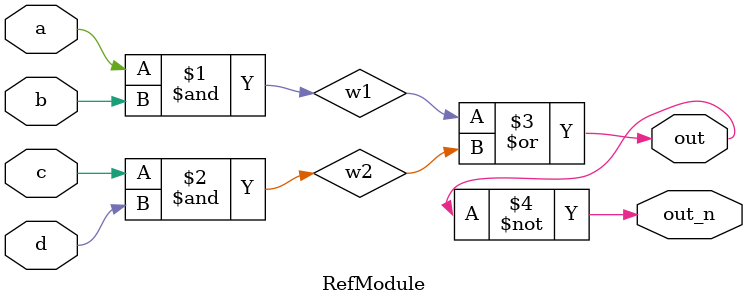
<source format=sv>

module RefModule (
  input a,
  input b,
  input c,
  input d,
  output out,
  output out_n
);

  reg w1, w2;
  assign w1 = a&b;
  assign w2 = c&d;
  assign out = w1|w2;
  assign out_n = ~out;

endmodule


</source>
